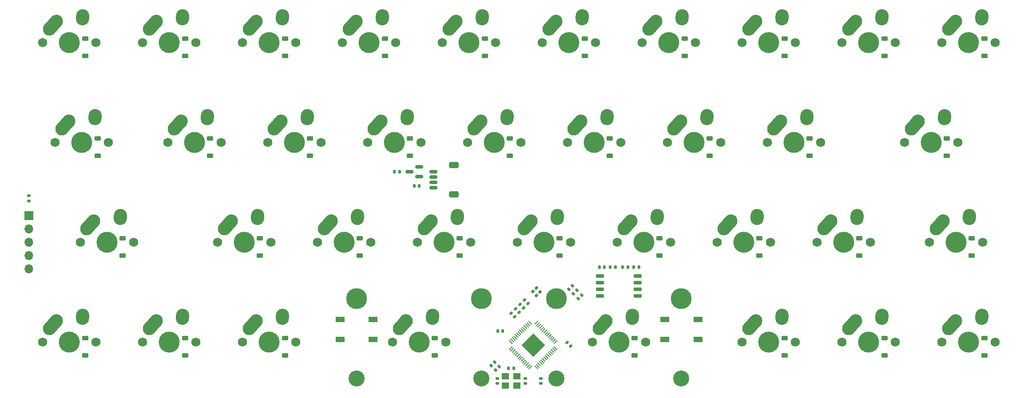
<source format=gbs>
%TF.GenerationSoftware,KiCad,Pcbnew,8.0.5*%
%TF.CreationDate,2024-10-22T20:51:29-04:00*%
%TF.ProjectId,trad,74726164-2e6b-4696-9361-645f70636258,rev?*%
%TF.SameCoordinates,PX1c62fe0PY650e7e0*%
%TF.FileFunction,Soldermask,Bot*%
%TF.FilePolarity,Negative*%
%FSLAX46Y46*%
G04 Gerber Fmt 4.6, Leading zero omitted, Abs format (unit mm)*
G04 Created by KiCad (PCBNEW 8.0.5) date 2024-10-22 20:51:29*
%MOMM*%
%LPD*%
G01*
G04 APERTURE LIST*
G04 Aperture macros list*
%AMRoundRect*
0 Rectangle with rounded corners*
0 $1 Rounding radius*
0 $2 $3 $4 $5 $6 $7 $8 $9 X,Y pos of 4 corners*
0 Add a 4 corners polygon primitive as box body*
4,1,4,$2,$3,$4,$5,$6,$7,$8,$9,$2,$3,0*
0 Add four circle primitives for the rounded corners*
1,1,$1+$1,$2,$3*
1,1,$1+$1,$4,$5*
1,1,$1+$1,$6,$7*
1,1,$1+$1,$8,$9*
0 Add four rect primitives between the rounded corners*
20,1,$1+$1,$2,$3,$4,$5,0*
20,1,$1+$1,$4,$5,$6,$7,0*
20,1,$1+$1,$6,$7,$8,$9,0*
20,1,$1+$1,$8,$9,$2,$3,0*%
%AMHorizOval*
0 Thick line with rounded ends*
0 $1 width*
0 $2 $3 position (X,Y) of the first rounded end (center of the circle)*
0 $4 $5 position (X,Y) of the second rounded end (center of the circle)*
0 Add line between two ends*
20,1,$1,$2,$3,$4,$5,0*
0 Add two circle primitives to create the rounded ends*
1,1,$1,$2,$3*
1,1,$1,$4,$5*%
%AMRotRect*
0 Rectangle, with rotation*
0 The origin of the aperture is its center*
0 $1 length*
0 $2 width*
0 $3 Rotation angle, in degrees counterclockwise*
0 Add horizontal line*
21,1,$1,$2,0,0,$3*%
G04 Aperture macros list end*
%ADD10C,1.750000*%
%ADD11C,4.000000*%
%ADD12HorizOval,2.500000X0.656270X0.728862X-0.656270X-0.728862X0*%
%ADD13C,2.500000*%
%ADD14HorizOval,2.500000X0.020277X0.289981X-0.020277X-0.289981X0*%
%ADD15C,3.987800*%
%ADD16C,3.048000*%
%ADD17RoundRect,0.140000X0.219203X0.021213X0.021213X0.219203X-0.219203X-0.021213X-0.021213X-0.219203X0*%
%ADD18RoundRect,0.225000X0.375000X-0.225000X0.375000X0.225000X-0.375000X0.225000X-0.375000X-0.225000X0*%
%ADD19RoundRect,0.140000X-0.021213X0.219203X-0.219203X0.021213X0.021213X-0.219203X0.219203X-0.021213X0*%
%ADD20R,1.700000X1.000000*%
%ADD21RoundRect,0.135000X-0.135000X-0.185000X0.135000X-0.185000X0.135000X0.185000X-0.135000X0.185000X0*%
%ADD22RoundRect,0.140000X0.140000X0.170000X-0.140000X0.170000X-0.140000X-0.170000X0.140000X-0.170000X0*%
%ADD23RoundRect,0.150000X0.650000X0.150000X-0.650000X0.150000X-0.650000X-0.150000X0.650000X-0.150000X0*%
%ADD24RoundRect,0.140000X0.170000X-0.140000X0.170000X0.140000X-0.170000X0.140000X-0.170000X-0.140000X0*%
%ADD25RoundRect,0.150000X0.587500X0.150000X-0.587500X0.150000X-0.587500X-0.150000X0.587500X-0.150000X0*%
%ADD26R,1.400000X1.200000*%
%ADD27RoundRect,0.135000X-0.226274X-0.035355X-0.035355X-0.226274X0.226274X0.035355X0.035355X0.226274X0*%
%ADD28RoundRect,0.140000X0.021213X-0.219203X0.219203X-0.021213X-0.021213X0.219203X-0.219203X0.021213X0*%
%ADD29R,1.700000X1.700000*%
%ADD30O,1.700000X1.700000*%
%ADD31RoundRect,0.140000X-0.170000X0.140000X-0.170000X-0.140000X0.170000X-0.140000X0.170000X0.140000X0*%
%ADD32RoundRect,0.150000X-0.625000X0.150000X-0.625000X-0.150000X0.625000X-0.150000X0.625000X0.150000X0*%
%ADD33RoundRect,0.250000X-0.650000X0.350000X-0.650000X-0.350000X0.650000X-0.350000X0.650000X0.350000X0*%
%ADD34RoundRect,0.140000X-0.140000X-0.170000X0.140000X-0.170000X0.140000X0.170000X-0.140000X0.170000X0*%
%ADD35RoundRect,0.135000X0.185000X-0.135000X0.185000X0.135000X-0.185000X0.135000X-0.185000X-0.135000X0*%
%ADD36RoundRect,0.140000X-0.219203X-0.021213X-0.021213X-0.219203X0.219203X0.021213X0.021213X0.219203X0*%
%ADD37RoundRect,0.050000X0.309359X-0.238649X-0.238649X0.309359X-0.309359X0.238649X0.238649X-0.309359X0*%
%ADD38RoundRect,0.050000X0.309359X0.238649X0.238649X0.309359X-0.309359X-0.238649X-0.238649X-0.309359X0*%
%ADD39RotRect,3.200000X3.200000X135.000000*%
G04 APERTURE END LIST*
D10*
%TO.C,MX26*%
X133032385Y28574976D03*
D11*
X138112384Y28574976D03*
D10*
X143192383Y28574976D03*
D12*
X134958653Y31843836D03*
D13*
X135612384Y32574976D03*
D14*
X140632385Y33364976D03*
%TD*%
D10*
%TO.C,MX11*%
X6826240Y47624959D03*
D11*
X11906239Y47624959D03*
D10*
X16986238Y47624959D03*
D12*
X8752508Y50893819D03*
D13*
X9406239Y51624959D03*
D14*
X14426240Y52414959D03*
%TD*%
D10*
%TO.C,MX27*%
X152082369Y28574976D03*
D11*
X157162368Y28574976D03*
D10*
X162242367Y28574976D03*
D12*
X154008637Y31843836D03*
D13*
X154662368Y32574976D03*
D14*
X159682369Y33364976D03*
%TD*%
D10*
%TO.C,MX10*%
X175894850Y66674943D03*
D11*
X180974849Y66674943D03*
D10*
X186054848Y66674943D03*
D12*
X177821118Y69943803D03*
D13*
X178474849Y70674943D03*
D14*
X183494850Y71464943D03*
%TD*%
D10*
%TO.C,MX36*%
X175894849Y9524992D03*
D11*
X180974848Y9524992D03*
D10*
X186054847Y9524992D03*
D12*
X177821117Y12793852D03*
D13*
X178474848Y13524992D03*
D14*
X183494849Y14314992D03*
%TD*%
D10*
%TO.C,MX32*%
X71119937Y9524992D03*
D11*
X76199936Y9524992D03*
D10*
X81279935Y9524992D03*
D12*
X73046205Y12793852D03*
D13*
X73699936Y13524992D03*
D14*
X78719937Y14314992D03*
%TD*%
D10*
%TO.C,MX2*%
X23494977Y66674943D03*
D11*
X28574976Y66674943D03*
D10*
X33654975Y66674943D03*
D12*
X25421245Y69943803D03*
D13*
X26074976Y70674943D03*
D14*
X31094977Y71464943D03*
%TD*%
D10*
%TO.C,MX28*%
X173513601Y28574975D03*
D11*
X178593600Y28574975D03*
D10*
X183673599Y28574975D03*
D12*
X175439869Y31843835D03*
D13*
X176093600Y32574975D03*
D14*
X181113601Y33364975D03*
%TD*%
D10*
%TO.C,MX24*%
X94932417Y28574975D03*
D11*
X100012416Y28574975D03*
D10*
X105092415Y28574975D03*
D12*
X96858685Y31843835D03*
D13*
X97512416Y32574975D03*
D14*
X102532417Y33364975D03*
%TD*%
D10*
%TO.C,MX19*%
X168751105Y47624959D03*
D11*
X173831104Y47624959D03*
D10*
X178911103Y47624959D03*
D12*
X170677373Y50893819D03*
D13*
X171331104Y51624959D03*
D14*
X176351105Y52414959D03*
%TD*%
D10*
%TO.C,MX34*%
X137794880Y9524992D03*
D11*
X142874879Y9524992D03*
D10*
X147954878Y9524992D03*
D12*
X139721148Y12793852D03*
D13*
X140374879Y13524992D03*
D14*
X145394880Y14314992D03*
%TD*%
D15*
%TO.C,S2*%
X126206155Y17779992D03*
D16*
X126206154Y2539992D03*
X102393654Y2539992D03*
D15*
X102393653Y17779992D03*
%TD*%
D10*
%TO.C,MX22*%
X56832449Y28574975D03*
D11*
X61912448Y28574975D03*
D10*
X66992447Y28574975D03*
D12*
X58758717Y31843835D03*
D13*
X59412448Y32574975D03*
D14*
X64432449Y33364975D03*
%TD*%
D10*
%TO.C,MX23*%
X75882433Y28574975D03*
D11*
X80962432Y28574975D03*
D10*
X86042431Y28574975D03*
D12*
X77808701Y31843835D03*
D13*
X78462432Y32574975D03*
D14*
X83482433Y33364975D03*
%TD*%
D10*
%TO.C,MX3*%
X42544960Y66674943D03*
D11*
X47624959Y66674943D03*
D10*
X52704958Y66674943D03*
D12*
X44471228Y69943803D03*
D13*
X45124959Y70674943D03*
D14*
X50144960Y71464943D03*
%TD*%
D10*
%TO.C,MX30*%
X23494977Y9524992D03*
D11*
X28574976Y9524992D03*
D10*
X33654975Y9524992D03*
D12*
X25421245Y12793852D03*
D13*
X26074976Y13524992D03*
D14*
X31094977Y14314992D03*
%TD*%
D10*
%TO.C,MX15*%
X85407425Y47624960D03*
D11*
X90487424Y47624960D03*
D10*
X95567423Y47624960D03*
D12*
X87333693Y50893820D03*
D13*
X87987424Y51624960D03*
D14*
X93007425Y52414960D03*
%TD*%
D10*
%TO.C,MX1*%
X4444993Y66674943D03*
D11*
X9524992Y66674943D03*
D10*
X14604991Y66674943D03*
D12*
X6371261Y69943803D03*
D13*
X7024992Y70674943D03*
D14*
X12044993Y71464943D03*
%TD*%
D10*
%TO.C,MX4*%
X61594944Y66674943D03*
D11*
X66674943Y66674943D03*
D10*
X71754942Y66674943D03*
D12*
X63521212Y69943803D03*
D13*
X64174943Y70674943D03*
D14*
X69194944Y71464943D03*
%TD*%
D15*
%TO.C,S1*%
X88106187Y17779992D03*
D16*
X88106186Y2539992D03*
X64293686Y2539992D03*
D15*
X64293685Y17779992D03*
%TD*%
D10*
%TO.C,MX6*%
X99694913Y66674943D03*
D11*
X104774912Y66674943D03*
D10*
X109854911Y66674943D03*
D12*
X101621181Y69943803D03*
D13*
X102274912Y70674943D03*
D14*
X107294913Y71464943D03*
%TD*%
D10*
%TO.C,MX5*%
X80644929Y66674943D03*
D11*
X85724928Y66674943D03*
D10*
X90804927Y66674943D03*
D12*
X82571197Y69943803D03*
D13*
X83224928Y70674943D03*
D14*
X88244929Y71464943D03*
%TD*%
D10*
%TO.C,MX14*%
X66357441Y47624960D03*
D11*
X71437440Y47624960D03*
D10*
X76517439Y47624960D03*
D12*
X68283709Y50893820D03*
D13*
X68937440Y51624960D03*
D14*
X73957441Y52414960D03*
%TD*%
D10*
%TO.C,MX35*%
X156844865Y9524992D03*
D11*
X161924864Y9524992D03*
D10*
X167004863Y9524992D03*
D12*
X158771133Y12793852D03*
D13*
X159424864Y13524992D03*
D14*
X164444865Y14314992D03*
%TD*%
D10*
%TO.C,MX8*%
X137794881Y66674943D03*
D11*
X142874880Y66674943D03*
D10*
X147954879Y66674943D03*
D12*
X139721149Y69943803D03*
D13*
X140374880Y70674943D03*
D14*
X145394881Y71464943D03*
%TD*%
D10*
%TO.C,MX20*%
X11588737Y28574976D03*
D11*
X16668736Y28574976D03*
D10*
X21748735Y28574976D03*
D12*
X13515005Y31843836D03*
D13*
X14168736Y32574976D03*
D14*
X19188737Y33364976D03*
%TD*%
D10*
%TO.C,MX7*%
X118744897Y66674943D03*
D11*
X123824896Y66674943D03*
D10*
X128904895Y66674943D03*
D12*
X120671165Y69943803D03*
D13*
X121324896Y70674943D03*
D14*
X126344897Y71464943D03*
%TD*%
D10*
%TO.C,MX16*%
X104457408Y47624959D03*
D11*
X109537407Y47624959D03*
D10*
X114617406Y47624959D03*
D12*
X106383676Y50893819D03*
D13*
X107037407Y51624959D03*
D14*
X112057408Y52414959D03*
%TD*%
D10*
%TO.C,MX12*%
X28257473Y47624959D03*
D11*
X33337472Y47624959D03*
D10*
X38417471Y47624959D03*
D12*
X30183741Y50893819D03*
D13*
X30837472Y51624959D03*
D14*
X35857473Y52414959D03*
%TD*%
D10*
%TO.C,MX9*%
X156844865Y66674943D03*
D11*
X161924864Y66674943D03*
D10*
X167004863Y66674943D03*
D12*
X158771133Y69943803D03*
D13*
X159424864Y70674943D03*
D14*
X164444865Y71464943D03*
%TD*%
D10*
%TO.C,MX21*%
X37782465Y28574976D03*
D11*
X42862464Y28574976D03*
D10*
X47942463Y28574976D03*
D12*
X39708733Y31843836D03*
D13*
X40362464Y32574976D03*
D14*
X45382465Y33364976D03*
%TD*%
D10*
%TO.C,MX29*%
X4444993Y9524992D03*
D11*
X9524992Y9524992D03*
D10*
X14604991Y9524992D03*
D12*
X6371261Y12793852D03*
D13*
X7024992Y13524992D03*
D14*
X12044993Y14314992D03*
%TD*%
D10*
%TO.C,MX33*%
X109219905Y9524992D03*
D11*
X114299904Y9524992D03*
D10*
X119379903Y9524992D03*
D12*
X111146173Y12793852D03*
D13*
X111799904Y13524992D03*
D14*
X116819905Y14314992D03*
%TD*%
D10*
%TO.C,MX31*%
X42544961Y9524992D03*
D11*
X47624960Y9524992D03*
D10*
X52704959Y9524992D03*
D12*
X44471229Y12793852D03*
D13*
X45124960Y13524992D03*
D14*
X50144961Y14314992D03*
%TD*%
D10*
%TO.C,MX17*%
X123507393Y47624959D03*
D11*
X128587392Y47624959D03*
D10*
X133667391Y47624959D03*
D12*
X125433661Y50893819D03*
D13*
X126087392Y51624959D03*
D14*
X131107393Y52414959D03*
%TD*%
D10*
%TO.C,MX13*%
X47307457Y47624959D03*
D11*
X52387456Y47624959D03*
D10*
X57467455Y47624959D03*
D12*
X49233725Y50893819D03*
D13*
X49887456Y51624959D03*
D14*
X54907457Y52414959D03*
%TD*%
D10*
%TO.C,MX25*%
X113982401Y28574976D03*
D11*
X119062400Y28574976D03*
D10*
X124142399Y28574976D03*
D12*
X115908669Y31843836D03*
D13*
X116562400Y32574976D03*
D14*
X121582401Y33364976D03*
%TD*%
D10*
%TO.C,MX18*%
X142557377Y47624959D03*
D11*
X147637376Y47624959D03*
D10*
X152717375Y47624959D03*
D12*
X144483645Y50893819D03*
D13*
X145137376Y51624959D03*
D14*
X150157377Y52414959D03*
%TD*%
D17*
%TO.C,C_3V-Decoup1*%
X94408022Y14338557D03*
X93729200Y15017379D03*
%TD*%
D18*
%TO.C,D30*%
X31551536Y6982023D03*
X31551536Y10282023D03*
%TD*%
D19*
%TO.C,C_3V-Decoup6*%
X91422147Y4804250D03*
X90743325Y4125428D03*
%TD*%
D20*
%TO.C,SW2*%
X123056146Y10006239D03*
X129356144Y10006239D03*
X123056146Y13806239D03*
X129356144Y13806239D03*
%TD*%
D18*
%TO.C,D36*%
X183951408Y6982023D03*
X183951408Y10282023D03*
%TD*%
D21*
%TO.C,R_Crystal1*%
X93251641Y4464839D03*
X94271639Y4464839D03*
%TD*%
D22*
%TO.C,C_LD2*%
X76199937Y39290591D03*
X75239937Y39290591D03*
%TD*%
D18*
%TO.C,D33*%
X117276464Y6982023D03*
X117276464Y10282023D03*
%TD*%
D23*
%TO.C,U2*%
X117899904Y22145608D03*
X117899904Y20875608D03*
X117899904Y19605608D03*
X117899904Y18335608D03*
X110699904Y18335608D03*
X110699904Y19605608D03*
X110699904Y20875608D03*
X110699904Y22145608D03*
%TD*%
D18*
%TO.C,D4*%
X69651504Y64131975D03*
X69651504Y67431975D03*
%TD*%
D21*
%TO.C,R_Flash2*%
X114980529Y23812479D03*
X116000527Y23812479D03*
%TD*%
D22*
%TO.C,C_LD1*%
X72468219Y41981215D03*
X71508219Y41981215D03*
%TD*%
D18*
%TO.C,D2*%
X31551536Y64131976D03*
X31551536Y67431976D03*
%TD*%
D17*
%TO.C,C_3V-Decoup2*%
X96091818Y16022353D03*
X95412996Y16701175D03*
%TD*%
D18*
%TO.C,D21*%
X45839024Y26032008D03*
X45839024Y29332008D03*
%TD*%
%TO.C,D9*%
X164901424Y64131976D03*
X164901424Y67431976D03*
%TD*%
D24*
%TO.C,C_Crystal1*%
X96440544Y1603591D03*
X96440544Y2563591D03*
%TD*%
D18*
%TO.C,D27*%
X160138928Y26032007D03*
X160138928Y29332007D03*
%TD*%
%TO.C,D24*%
X102988976Y26032007D03*
X102988976Y29332007D03*
%TD*%
D25*
%TO.C,U3*%
X76199936Y42931215D03*
X76199936Y41031215D03*
X74324935Y41981215D03*
%TD*%
D18*
%TO.C,D13*%
X55364016Y45081992D03*
X55364016Y48381992D03*
%TD*%
D26*
%TO.C,Y1*%
X92661640Y2933591D03*
X94861640Y2933591D03*
X94861640Y1233591D03*
X92661640Y1233591D03*
%TD*%
D27*
%TO.C,R_DATA2*%
X97865856Y19112952D03*
X98587104Y18391704D03*
%TD*%
D28*
%TO.C,C_3V-Decoup9*%
X105626125Y18710572D03*
X106304947Y19389394D03*
%TD*%
D29*
%TO.C,J2*%
X1785936Y33649975D03*
D30*
X1785936Y31109975D03*
X1785936Y28569976D03*
X1785936Y26029975D03*
X1785936Y23489975D03*
%TD*%
D18*
%TO.C,D31*%
X50601520Y6982023D03*
X50601520Y10282023D03*
%TD*%
%TO.C,D18*%
X150613935Y45081992D03*
X150613935Y48381992D03*
%TD*%
D31*
%TO.C,C_3V-Decoup4*%
X99417104Y2563591D03*
X99417104Y1603591D03*
%TD*%
D18*
%TO.C,D14*%
X74414000Y45081992D03*
X74414000Y48381992D03*
%TD*%
%TO.C,D7*%
X126801456Y64131976D03*
X126801456Y67431976D03*
%TD*%
%TO.C,D35*%
X164901424Y6982023D03*
X164901424Y10282023D03*
%TD*%
%TO.C,D11*%
X14882800Y45081992D03*
X14882800Y48381992D03*
%TD*%
%TO.C,D34*%
X145851440Y6982023D03*
X145851440Y10282023D03*
%TD*%
%TO.C,D1*%
X12501552Y64131976D03*
X12501552Y67431976D03*
%TD*%
%TO.C,D29*%
X12501552Y6982023D03*
X12501552Y10282023D03*
%TD*%
%TO.C,D5*%
X88701488Y64131975D03*
X88701488Y67431975D03*
%TD*%
%TO.C,D26*%
X141088944Y26032007D03*
X141088944Y29332007D03*
%TD*%
%TO.C,D8*%
X145851440Y64131976D03*
X145851440Y67431976D03*
%TD*%
D22*
%TO.C,C_3V-Decoup8*%
X92158048Y11608583D03*
X91198048Y11608583D03*
%TD*%
D18*
%TO.C,D19*%
X176807664Y45081990D03*
X176807664Y48381990D03*
%TD*%
%TO.C,D20*%
X19645296Y26032007D03*
X19645296Y29332007D03*
%TD*%
D24*
%TO.C,C_Crystal2*%
X91082737Y1603591D03*
X91082737Y2563591D03*
%TD*%
D28*
%TO.C,C_3V-Decoup3*%
X104733157Y19603540D03*
X105411979Y20282362D03*
%TD*%
D18*
%TO.C,D12*%
X36314032Y45081992D03*
X36314032Y48381992D03*
%TD*%
%TO.C,D6*%
X107751472Y64131975D03*
X107751472Y67431975D03*
%TD*%
D21*
%TO.C,R_Flash1*%
X112599281Y23812479D03*
X113619279Y23812479D03*
%TD*%
D32*
%TO.C,J1*%
X78962432Y41981215D03*
X78962432Y40981215D03*
X78962432Y39981215D03*
X78962432Y38981215D03*
D33*
X82837432Y43281215D03*
X82837432Y37681215D03*
%TD*%
D18*
%TO.C,D25*%
X122038960Y26032007D03*
X122038960Y29332007D03*
%TD*%
D17*
%TO.C,C_1V-Decoup3*%
X96933716Y16864251D03*
X96254894Y17543073D03*
%TD*%
D27*
%TO.C,R_DATA1*%
X98557604Y19804699D03*
X99278852Y19083451D03*
%TD*%
D18*
%TO.C,D17*%
X131563952Y45081991D03*
X131563952Y48381991D03*
%TD*%
D34*
%TO.C,C_Flash1*%
X110545688Y23812479D03*
X111505688Y23812479D03*
%TD*%
D35*
%TO.C,R_RST1*%
X1785936Y36399345D03*
X1785936Y37419343D03*
%TD*%
D18*
%TO.C,D23*%
X83938992Y26032007D03*
X83938992Y29332007D03*
%TD*%
%TO.C,D22*%
X64889007Y26032007D03*
X64889007Y29332007D03*
%TD*%
%TO.C,D15*%
X93463984Y45081992D03*
X93463984Y48381992D03*
%TD*%
D36*
%TO.C,C_3V-Decoup5*%
X104375116Y9422851D03*
X105053938Y8744029D03*
%TD*%
D17*
%TO.C,C_3V-Decoup7*%
X95249920Y15180455D03*
X94571098Y15859277D03*
%TD*%
D18*
%TO.C,D10*%
X183951408Y64131976D03*
X183951408Y67431976D03*
%TD*%
D28*
%TO.C,C_1V-Decoup2*%
X106519093Y17817604D03*
X107197915Y18496426D03*
%TD*%
D18*
%TO.C,D32*%
X79176496Y6982023D03*
X79176496Y10282023D03*
%TD*%
D20*
%TO.C,SW1*%
X61143697Y10006239D03*
X67443695Y10006239D03*
X61143697Y13806239D03*
X67443695Y13806239D03*
%TD*%
D37*
%TO.C,U1*%
X102197981Y8337477D03*
X101915138Y8054634D03*
X101632296Y7771792D03*
X101349453Y7488949D03*
X101066610Y7206106D03*
X100783768Y6923264D03*
X100500925Y6640421D03*
X100218082Y6357578D03*
X99935239Y6074735D03*
X99652397Y5791893D03*
X99369554Y5509050D03*
X99086711Y5226207D03*
X98803869Y4943365D03*
X98521026Y4660522D03*
D38*
X97336622Y4660522D03*
X97053779Y4943365D03*
X96770937Y5226207D03*
X96488094Y5509050D03*
X96205251Y5791893D03*
X95922409Y6074735D03*
X95639566Y6357578D03*
X95356723Y6640421D03*
X95073880Y6923264D03*
X94791038Y7206106D03*
X94508195Y7488949D03*
X94225352Y7771792D03*
X93942510Y8054634D03*
X93659667Y8337477D03*
D37*
X93659667Y9521881D03*
X93942510Y9804724D03*
X94225352Y10087566D03*
X94508195Y10370409D03*
X94791038Y10653252D03*
X95073880Y10936094D03*
X95356723Y11218937D03*
X95639566Y11501780D03*
X95922409Y11784623D03*
X96205251Y12067465D03*
X96488094Y12350308D03*
X96770937Y12633151D03*
X97053779Y12915993D03*
X97336622Y13198836D03*
D38*
X98521026Y13198836D03*
X98803869Y12915993D03*
X99086711Y12633151D03*
X99369554Y12350308D03*
X99652397Y12067465D03*
X99935239Y11784623D03*
X100218082Y11501780D03*
X100500925Y11218937D03*
X100783768Y10936094D03*
X101066610Y10653252D03*
X101349453Y10370409D03*
X101632296Y10087566D03*
X101915138Y9804724D03*
X102197981Y9521881D03*
D39*
X97928824Y8929679D03*
%TD*%
D18*
%TO.C,D3*%
X50601520Y64131976D03*
X50601520Y67431976D03*
%TD*%
D19*
%TO.C,C_1V-Decoup1*%
X90580248Y5646149D03*
X89901426Y4967327D03*
%TD*%
D18*
%TO.C,D16*%
X112513968Y45081991D03*
X112513968Y48381991D03*
%TD*%
D21*
%TO.C,R_Flash3*%
X117064121Y23812479D03*
X118084119Y23812479D03*
%TD*%
D18*
%TO.C,D28*%
X181570160Y26032007D03*
X181570160Y29332007D03*
%TD*%
M02*

</source>
